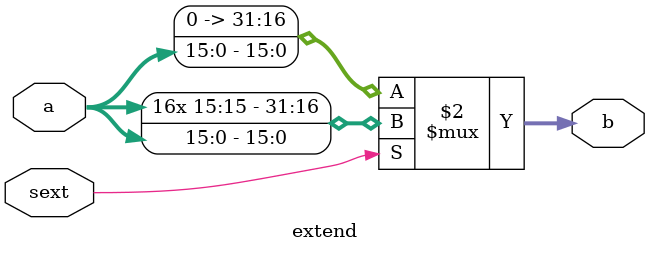
<source format=v>
`timescale 1ns / 1ps


module extend #(
    parameter INWIDTH = 16,
    parameter OUTWIDTH = 32
)(
    input [INWIDTH - 1:0] a,
    input sext,
    output [OUTWIDTH - 1:0] b
);
    assign b = sext ? {{(OUTWIDTH - INWIDTH){a[INWIDTH - 1]}}, a} : a;
endmodule

</source>
